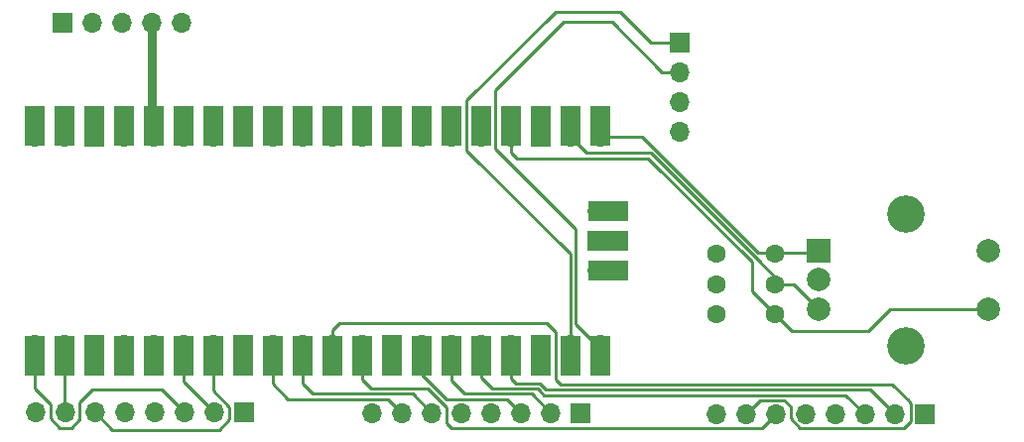
<source format=gbr>
%TF.GenerationSoftware,KiCad,Pcbnew,(6.0.5)*%
%TF.CreationDate,2022-09-02T14:56:30+01:00*%
%TF.ProjectId,PicoDualMIDICarrier,5069636f-4475-4616-9c4d-494449436172,rev?*%
%TF.SameCoordinates,Original*%
%TF.FileFunction,Copper,L1,Top*%
%TF.FilePolarity,Positive*%
%FSLAX46Y46*%
G04 Gerber Fmt 4.6, Leading zero omitted, Abs format (unit mm)*
G04 Created by KiCad (PCBNEW (6.0.5)) date 2022-09-02 14:56:30*
%MOMM*%
%LPD*%
G01*
G04 APERTURE LIST*
%TA.AperFunction,ComponentPad*%
%ADD10R,1.700000X1.700000*%
%TD*%
%TA.AperFunction,ComponentPad*%
%ADD11O,1.700000X1.700000*%
%TD*%
%TA.AperFunction,SMDPad,CuDef*%
%ADD12R,1.700000X3.500000*%
%TD*%
%TA.AperFunction,SMDPad,CuDef*%
%ADD13R,3.500000X1.700000*%
%TD*%
%TA.AperFunction,ComponentPad*%
%ADD14R,2.000000X2.000000*%
%TD*%
%TA.AperFunction,ComponentPad*%
%ADD15C,2.000000*%
%TD*%
%TA.AperFunction,ComponentPad*%
%ADD16C,3.200000*%
%TD*%
%TA.AperFunction,ComponentPad*%
%ADD17C,1.600000*%
%TD*%
%TA.AperFunction,Conductor*%
%ADD18C,0.254000*%
%TD*%
%TA.AperFunction,Conductor*%
%ADD19C,0.800000*%
%TD*%
G04 APERTURE END LIST*
D10*
%TO.P,J5,1,Pin_1*%
%TO.N,/RE_A*%
X104210000Y-101920000D03*
D11*
%TO.P,J5,2,Pin_2*%
%TO.N,/RE_B*%
X106750000Y-101920000D03*
%TO.P,J5,3,Pin_3*%
%TO.N,/RE_SW*%
X109290000Y-101920000D03*
%TO.P,J5,4,Pin_4*%
%TO.N,+3V3*%
X111830000Y-101920000D03*
%TO.P,J5,5,Pin_5*%
%TO.N,GND*%
X114370000Y-101920000D03*
%TD*%
%TO.P,U1,1,GPIO0*%
%TO.N,/TX0*%
X101835000Y-129430000D03*
D12*
X101835000Y-130330000D03*
D11*
%TO.P,U1,2,GPIO1*%
%TO.N,/RX0*%
X104375000Y-129430000D03*
D12*
X104375000Y-130330000D03*
%TO.P,U1,3,GND*%
%TO.N,GND*%
X106915000Y-130330000D03*
D10*
X106915000Y-129430000D03*
D11*
%TO.P,U1,4,GPIO2*%
%TO.N,unconnected-(U1-Pad4)*%
X109455000Y-129430000D03*
D12*
X109455000Y-130330000D03*
D11*
%TO.P,U1,5,GPIO3*%
%TO.N,unconnected-(U1-Pad5)*%
X111995000Y-129430000D03*
D12*
X111995000Y-130330000D03*
D11*
%TO.P,U1,6,GPIO4*%
%TO.N,/TX1*%
X114535000Y-129430000D03*
D12*
X114535000Y-130330000D03*
%TO.P,U1,7,GPIO5*%
%TO.N,/RX1*%
X117075000Y-130330000D03*
D11*
X117075000Y-129430000D03*
D10*
%TO.P,U1,8,GND*%
%TO.N,GND*%
X119615000Y-129430000D03*
D12*
X119615000Y-130330000D03*
%TO.P,U1,9,GPIO6*%
%TO.N,/PIO_RX0*%
X122155000Y-130330000D03*
D11*
X122155000Y-129430000D03*
%TO.P,U1,10,GPIO7*%
%TO.N,/PIO_RX1*%
X124695000Y-129430000D03*
D12*
X124695000Y-130330000D03*
%TO.P,U1,11,GPIO8*%
%TO.N,/PIO_RX2*%
X127235000Y-130330000D03*
D11*
X127235000Y-129430000D03*
%TO.P,U1,12,GPIO9*%
%TO.N,/PIO_RX3*%
X129775000Y-129430000D03*
D12*
X129775000Y-130330000D03*
D10*
%TO.P,U1,13,GND*%
%TO.N,GND*%
X132315000Y-129430000D03*
D12*
X132315000Y-130330000D03*
%TO.P,U1,14,GPIO10*%
%TO.N,/PIO_TX0*%
X134855000Y-130330000D03*
D11*
X134855000Y-129430000D03*
%TO.P,U1,15,GPIO11*%
%TO.N,/PIO_TX1*%
X137395000Y-129430000D03*
D12*
X137395000Y-130330000D03*
%TO.P,U1,16,GPIO12*%
%TO.N,/PIO_TX2*%
X139935000Y-130330000D03*
D11*
X139935000Y-129430000D03*
D12*
%TO.P,U1,17,GPIO13*%
%TO.N,/PIO_TX3*%
X142475000Y-130330000D03*
D11*
X142475000Y-129430000D03*
D12*
%TO.P,U1,18,GND*%
%TO.N,GND*%
X145015000Y-130330000D03*
D10*
X145015000Y-129430000D03*
D11*
%TO.P,U1,19,GPIO14*%
%TO.N,/LCD_SDA*%
X147555000Y-129430000D03*
D12*
X147555000Y-130330000D03*
%TO.P,U1,20,GPIO15*%
%TO.N,/LCD_SCL*%
X150095000Y-130330000D03*
D11*
X150095000Y-129430000D03*
D12*
%TO.P,U1,21,GPIO16*%
%TO.N,/RE_A*%
X150095000Y-110750000D03*
D11*
X150095000Y-111650000D03*
D12*
%TO.P,U1,22,GPIO17*%
%TO.N,/RE_B*%
X147555000Y-110750000D03*
D11*
X147555000Y-111650000D03*
D12*
%TO.P,U1,23,GND*%
%TO.N,GND*%
X145015000Y-110750000D03*
D10*
X145015000Y-111650000D03*
D11*
%TO.P,U1,24,GPIO18*%
%TO.N,/RE_SW*%
X142475000Y-111650000D03*
D12*
X142475000Y-110750000D03*
%TO.P,U1,25,GPIO19*%
%TO.N,unconnected-(U1-Pad25)*%
X139935000Y-110750000D03*
D11*
X139935000Y-111650000D03*
D12*
%TO.P,U1,26,GPIO20*%
%TO.N,unconnected-(U1-Pad26)*%
X137395000Y-110750000D03*
D11*
X137395000Y-111650000D03*
%TO.P,U1,27,GPIO21*%
%TO.N,unconnected-(U1-Pad27)*%
X134855000Y-111650000D03*
D12*
X134855000Y-110750000D03*
D10*
%TO.P,U1,28,GND*%
%TO.N,GND*%
X132315000Y-111650000D03*
D12*
X132315000Y-110750000D03*
D11*
%TO.P,U1,29,GPIO22*%
%TO.N,unconnected-(U1-Pad29)*%
X129775000Y-111650000D03*
D12*
X129775000Y-110750000D03*
%TO.P,U1,30,RUN*%
%TO.N,unconnected-(U1-Pad30)*%
X127235000Y-110750000D03*
D11*
X127235000Y-111650000D03*
%TO.P,U1,31,GPIO26_ADC0*%
%TO.N,unconnected-(U1-Pad31)*%
X124695000Y-111650000D03*
D12*
X124695000Y-110750000D03*
D11*
%TO.P,U1,32,GPIO27_ADC1*%
%TO.N,unconnected-(U1-Pad32)*%
X122155000Y-111650000D03*
D12*
X122155000Y-110750000D03*
%TO.P,U1,33,AGND*%
%TO.N,unconnected-(U1-Pad33)*%
X119615000Y-110750000D03*
D10*
X119615000Y-111650000D03*
D12*
%TO.P,U1,34,GPIO28_ADC2*%
%TO.N,unconnected-(U1-Pad34)*%
X117075000Y-110750000D03*
D11*
X117075000Y-111650000D03*
D12*
%TO.P,U1,35,ADC_VREF*%
%TO.N,unconnected-(U1-Pad35)*%
X114535000Y-110750000D03*
D11*
X114535000Y-111650000D03*
%TO.P,U1,36,3V3*%
%TO.N,+3V3*%
X111995000Y-111650000D03*
D12*
X111995000Y-110750000D03*
%TO.P,U1,37,3V3_EN*%
%TO.N,unconnected-(U1-Pad37)*%
X109455000Y-110750000D03*
D11*
X109455000Y-111650000D03*
D12*
%TO.P,U1,38,GND*%
%TO.N,GND*%
X106915000Y-110750000D03*
D10*
X106915000Y-111650000D03*
D12*
%TO.P,U1,39,VSYS*%
%TO.N,unconnected-(U1-Pad39)*%
X104375000Y-110750000D03*
D11*
X104375000Y-111650000D03*
%TO.P,U1,40,VBUS*%
%TO.N,+5V*%
X101835000Y-111650000D03*
D12*
X101835000Y-110750000D03*
D13*
%TO.P,U1,41,SWCLK*%
%TO.N,unconnected-(U1-Pad41)*%
X150765000Y-123080000D03*
D11*
X149865000Y-123080000D03*
D10*
%TO.P,U1,42,GND*%
%TO.N,unconnected-(U1-Pad42)*%
X149865000Y-120540000D03*
D13*
X150765000Y-120540000D03*
D11*
%TO.P,U1,43,SWDIO*%
%TO.N,unconnected-(U1-Pad43)*%
X149865000Y-118000000D03*
D13*
X150765000Y-118000000D03*
%TD*%
D14*
%TO.P,SW1,A,A*%
%TO.N,/RE_A*%
X168740000Y-121380000D03*
D15*
%TO.P,SW1,B,B*%
%TO.N,/RE_B*%
X168740000Y-126380000D03*
%TO.P,SW1,C,C*%
%TO.N,GND*%
X168740000Y-123880000D03*
D16*
%TO.P,SW1,*%
%TO.N,*%
X176240000Y-118280000D03*
X176240000Y-129480000D03*
D15*
%TO.P,SW1,S1,S1*%
%TO.N,/RE_SW*%
X183240000Y-126380000D03*
%TO.P,SW1,S2,S2*%
%TO.N,GND*%
X183240000Y-121380000D03*
%TD*%
D10*
%TO.P,J4,1,Pin_1*%
%TO.N,/LCD_SDA*%
X156925000Y-103570000D03*
D11*
%TO.P,J4,2,Pin_2*%
%TO.N,/LCD_SCL*%
X156925000Y-106110000D03*
%TO.P,J4,3,Pin_3*%
%TO.N,+3V3*%
X156925000Y-108650000D03*
%TO.P,J4,4,Pin_4*%
%TO.N,GND*%
X156925000Y-111190000D03*
%TD*%
D10*
%TO.P,J3,1,Pin_1*%
%TO.N,+3V3*%
X177800000Y-135350000D03*
D11*
%TO.P,J3,2,Pin_2*%
%TO.N,/PIO_TX3*%
X175260000Y-135350000D03*
%TO.P,J3,3,Pin_3*%
%TO.N,/PIO_TX2*%
X172720000Y-135350000D03*
%TO.P,J3,4,Pin_4*%
%TO.N,/LED3*%
X170180000Y-135350000D03*
%TO.P,J3,5,Pin_5*%
%TO.N,GND*%
X167640000Y-135350000D03*
%TO.P,J3,6,Pin_6*%
%TO.N,/PIO_RX3*%
X165100000Y-135350000D03*
%TO.P,J3,7,Pin_7*%
%TO.N,/PIO_RX2*%
X162560000Y-135350000D03*
%TO.P,J3,8,Pin_8*%
%TO.N,GND*%
X160020000Y-135350000D03*
%TD*%
D10*
%TO.P,J2,1,Pin_1*%
%TO.N,+3V3*%
X148435000Y-135250000D03*
D11*
%TO.P,J2,2,Pin_2*%
%TO.N,/PIO_TX1*%
X145895000Y-135250000D03*
%TO.P,J2,3,Pin_3*%
%TO.N,/PIO_TX0*%
X143355000Y-135250000D03*
%TO.P,J2,4,Pin_4*%
%TO.N,/LED2*%
X140815000Y-135250000D03*
%TO.P,J2,5,Pin_5*%
%TO.N,GND*%
X138275000Y-135250000D03*
%TO.P,J2,6,Pin_6*%
%TO.N,/PIO_RX1*%
X135735000Y-135250000D03*
%TO.P,J2,7,Pin_7*%
%TO.N,/PIO_RX0*%
X133195000Y-135250000D03*
%TO.P,J2,8,Pin_8*%
%TO.N,GND*%
X130655000Y-135250000D03*
%TD*%
D10*
%TO.P,J1,1,Pin_1*%
%TO.N,+3V3*%
X119710000Y-135230000D03*
D11*
%TO.P,J1,2,Pin_2*%
%TO.N,/TX1*%
X117170000Y-135230000D03*
%TO.P,J1,3,Pin_3*%
%TO.N,/TX0*%
X114630000Y-135230000D03*
%TO.P,J1,4,Pin_4*%
%TO.N,/LED1*%
X112090000Y-135230000D03*
%TO.P,J1,5,Pin_5*%
%TO.N,GND*%
X109550000Y-135230000D03*
%TO.P,J1,6,Pin_6*%
%TO.N,/RX1*%
X107010000Y-135230000D03*
%TO.P,J1,7,Pin_7*%
%TO.N,/RX0*%
X104470000Y-135230000D03*
%TO.P,J1,8,Pin_8*%
%TO.N,GND*%
X101930000Y-135230000D03*
%TD*%
D17*
%TO.P,C3,1*%
%TO.N,/RE_SW*%
X165040000Y-126830000D03*
%TO.P,C3,2*%
%TO.N,GND*%
X160040000Y-126830000D03*
%TD*%
%TO.P,C2,1*%
%TO.N,/RE_B*%
X165040000Y-124240000D03*
%TO.P,C2,2*%
%TO.N,GND*%
X160040000Y-124240000D03*
%TD*%
%TO.P,C1,1*%
%TO.N,/RE_A*%
X165050000Y-121600000D03*
%TO.P,C1,2*%
%TO.N,GND*%
X160050000Y-121600000D03*
%TD*%
D18*
%TO.N,/RE_SW*%
X174820000Y-126380000D02*
X172970000Y-128230000D01*
X172970000Y-128230000D02*
X166440000Y-128230000D01*
X166440000Y-128230000D02*
X165040000Y-126830000D01*
X183240000Y-126380000D02*
X174820000Y-126380000D01*
X163080000Y-124870000D02*
X165040000Y-126830000D01*
X163080000Y-122322748D02*
X163080000Y-124870000D01*
%TO.N,/RE_B*%
X154418626Y-113020000D02*
X148925000Y-113020000D01*
X163560000Y-122161374D02*
X154418626Y-113020000D01*
X165040000Y-123640000D02*
X163561374Y-122161374D01*
X165040000Y-124240000D02*
X165040000Y-123640000D01*
X163561374Y-122161374D02*
X163560000Y-122161374D01*
X148925000Y-113020000D02*
X147555000Y-111650000D01*
X165040000Y-124240000D02*
X166600000Y-124240000D01*
X166600000Y-124240000D02*
X168740000Y-126380000D01*
%TO.N,/LCD_SDA*%
X154450000Y-103570000D02*
X156925000Y-103570000D01*
X146330000Y-100950000D02*
X151830000Y-100950000D01*
X151830000Y-100950000D02*
X154450000Y-103570000D01*
X138730000Y-112798022D02*
X138730000Y-108550000D01*
X138730000Y-108550000D02*
X146330000Y-100950000D01*
X147555000Y-121623022D02*
X138730000Y-112798022D01*
X147555000Y-129430000D02*
X147555000Y-121623022D01*
%TO.N,/LCD_SCL*%
X151130000Y-101840000D02*
X155400000Y-106110000D01*
X155400000Y-106110000D02*
X156925000Y-106110000D01*
X150670000Y-101840000D02*
X151130000Y-101840000D01*
%TO.N,/PIO_RX2*%
X163750000Y-134160000D02*
X162560000Y-135350000D01*
X165800000Y-134160000D02*
X163750000Y-134160000D01*
X166360000Y-134720000D02*
X165800000Y-134160000D01*
X166360000Y-135733838D02*
X166360000Y-134720000D01*
X167152672Y-136526511D02*
X166360000Y-135733838D01*
X176033489Y-136526511D02*
X167152672Y-136526511D01*
X176610000Y-135950000D02*
X176033489Y-136526511D01*
X176610000Y-134410000D02*
X176610000Y-135950000D01*
X176450000Y-134200000D02*
X176450000Y-134250000D01*
X146771418Y-132799440D02*
X175049440Y-132799440D01*
X175049440Y-132799440D02*
X176450000Y-134200000D01*
X146340000Y-128340000D02*
X146340000Y-132368022D01*
X146340000Y-132368022D02*
X146771418Y-132799440D01*
X127860000Y-127540000D02*
X145540000Y-127540000D01*
X145540000Y-127540000D02*
X146340000Y-128340000D01*
X176450000Y-134250000D02*
X176610000Y-134410000D01*
X127235000Y-129430000D02*
X127235000Y-128165000D01*
X127235000Y-128165000D02*
X127860000Y-127540000D01*
%TO.N,/PIO_RX3*%
X163890000Y-136560000D02*
X165100000Y-135350000D01*
X137400000Y-136560000D02*
X163890000Y-136560000D01*
X135386978Y-133140000D02*
X136978489Y-134731511D01*
X136978489Y-136138489D02*
X137400000Y-136560000D01*
X130543551Y-133140000D02*
X135386978Y-133140000D01*
X129775000Y-132371449D02*
X130543551Y-133140000D01*
X136978489Y-134731511D02*
X136978489Y-136138489D01*
X129775000Y-129430000D02*
X129775000Y-132371449D01*
%TO.N,/TX0*%
X112670000Y-133270000D02*
X114630000Y-135230000D01*
X106800000Y-133270000D02*
X112670000Y-133270000D01*
X105710000Y-134360000D02*
X106800000Y-133270000D01*
X105710000Y-135800000D02*
X105710000Y-134360000D01*
X105000000Y-136510000D02*
X105710000Y-135800000D01*
X104010000Y-136510000D02*
X105000000Y-136510000D01*
X103200000Y-135700000D02*
X104010000Y-136510000D01*
X103200000Y-134490000D02*
X103200000Y-135700000D01*
X101835000Y-133125000D02*
X103200000Y-134490000D01*
X101835000Y-129430000D02*
X101835000Y-133125000D01*
%TO.N,/RX1*%
X108480000Y-136700000D02*
X107010000Y-135230000D01*
X117620000Y-136700000D02*
X108480000Y-136700000D01*
X118500000Y-135820000D02*
X117620000Y-136700000D01*
X118500000Y-134760000D02*
X118500000Y-135820000D01*
X117075000Y-133335000D02*
X118500000Y-134760000D01*
X117075000Y-129430000D02*
X117075000Y-133335000D01*
%TO.N,/LCD_SCL*%
X149808520Y-129430000D02*
X150095000Y-129430000D01*
X141170000Y-107650000D02*
X141170000Y-112698022D01*
X148008520Y-119536542D02*
X148008520Y-127630000D01*
X146980000Y-101840000D02*
X141170000Y-107650000D01*
X150670000Y-101840000D02*
X146980000Y-101840000D01*
X141170000Y-112698022D02*
X148008520Y-119536542D01*
X148008520Y-127630000D02*
X149808520Y-129430000D01*
%TO.N,/RE_SW*%
X142985498Y-113473520D02*
X142475000Y-112963022D01*
X154230772Y-113473520D02*
X142985498Y-113473520D01*
X163080000Y-122322748D02*
X154230772Y-113473520D01*
X142475000Y-112963022D02*
X142475000Y-111650000D01*
%TO.N,/RE_A*%
X163630000Y-121590000D02*
X165310000Y-121590000D01*
X153690000Y-111650000D02*
X163630000Y-121590000D01*
X150095000Y-111650000D02*
X153690000Y-111650000D01*
X168530000Y-121590000D02*
X168740000Y-121380000D01*
X165310000Y-121590000D02*
X168530000Y-121590000D01*
%TO.N,/PIO_TX3*%
X173162960Y-133252960D02*
X175260000Y-135350000D01*
X144964303Y-132712929D02*
X145504334Y-133252960D01*
X145504334Y-133252960D02*
X173162960Y-133252960D01*
X142912929Y-132712929D02*
X144964303Y-132712929D01*
X142475000Y-132275000D02*
X142912929Y-132712929D01*
X142475000Y-129430000D02*
X142475000Y-132275000D01*
%TO.N,/PIO_TX2*%
X145316480Y-133706480D02*
X144960000Y-133350000D01*
X171076480Y-133706480D02*
X145316480Y-133706480D01*
X172720000Y-135350000D02*
X171076480Y-133706480D01*
X144776449Y-133166449D02*
X144960000Y-133350000D01*
X139935000Y-132195000D02*
X140906449Y-133166449D01*
X140906449Y-133166449D02*
X144776449Y-133166449D01*
X139935000Y-129430000D02*
X139935000Y-132195000D01*
%TO.N,/PIO_TX1*%
X144264969Y-133619969D02*
X145895000Y-135250000D01*
X137395000Y-132515000D02*
X138499969Y-133619969D01*
X138499969Y-133619969D02*
X144264969Y-133619969D01*
X137395000Y-129430000D02*
X137395000Y-132515000D01*
%TO.N,/PIO_TX0*%
X142178489Y-134073489D02*
X143355000Y-135250000D01*
X134855000Y-131965000D02*
X136963489Y-134073489D01*
X136963489Y-134073489D02*
X142178489Y-134073489D01*
X134855000Y-129430000D02*
X134855000Y-131965000D01*
%TO.N,/PIO_RX1*%
X134104969Y-133619969D02*
X135735000Y-135250000D01*
X125599969Y-133619969D02*
X134104969Y-133619969D01*
X124695000Y-132715000D02*
X125599969Y-133619969D01*
X124695000Y-129430000D02*
X124695000Y-132715000D01*
%TO.N,/PIO_RX0*%
X132018489Y-134073489D02*
X133195000Y-135250000D01*
X123463489Y-134073489D02*
X132018489Y-134073489D01*
X122155000Y-129430000D02*
X122155000Y-132765000D01*
X122155000Y-132765000D02*
X123463489Y-134073489D01*
%TO.N,/TX1*%
X114535000Y-129430000D02*
X114535000Y-132595000D01*
X114535000Y-132595000D02*
X117170000Y-135230000D01*
%TO.N,/RX0*%
X104375000Y-135135000D02*
X104470000Y-135230000D01*
X104375000Y-129430000D02*
X104375000Y-135135000D01*
D19*
%TO.N,+3V3*%
X111830000Y-101920000D02*
X111830000Y-111485000D01*
%TD*%
M02*

</source>
